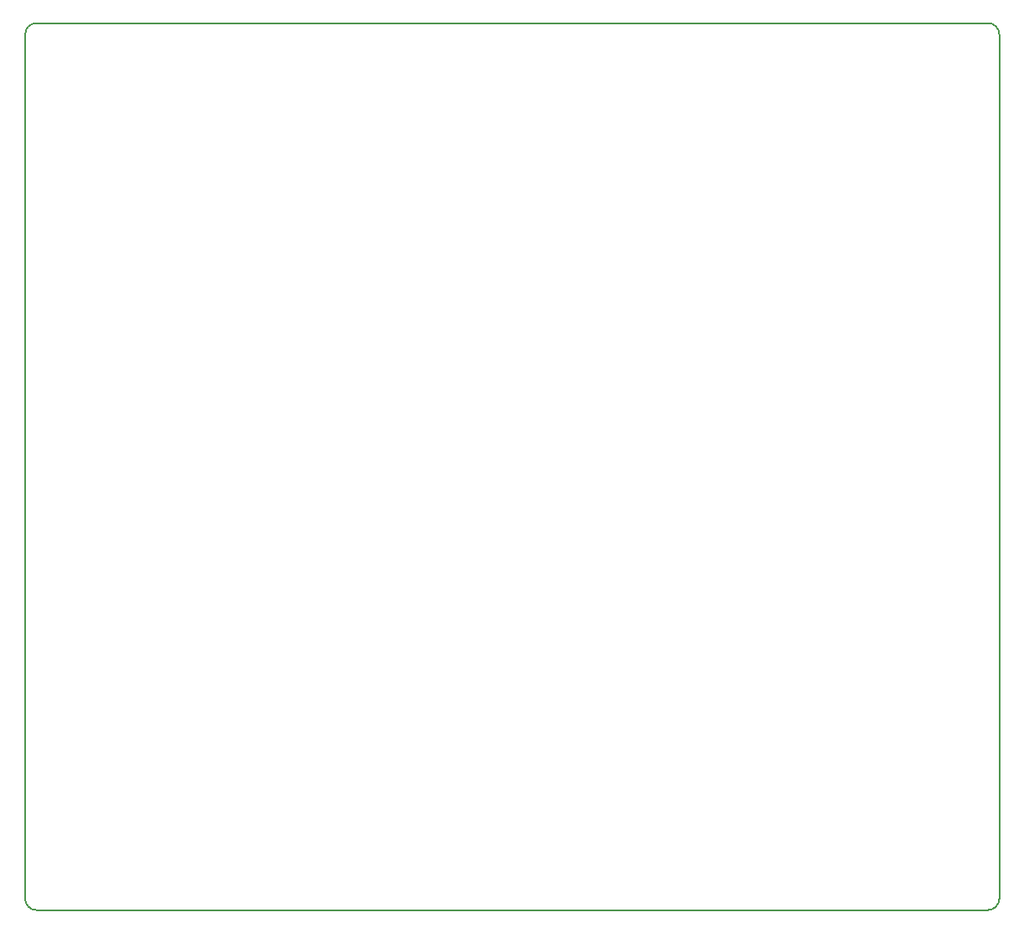
<source format=gbr>
G04 #@! TF.FileFunction,Profile,NP*
%FSLAX46Y46*%
G04 Gerber Fmt 4.6, Leading zero omitted, Abs format (unit mm)*
G04 Created by KiCad (PCBNEW 4.0.7) date 11/18/19 12:54:55*
%MOMM*%
%LPD*%
G01*
G04 APERTURE LIST*
%ADD10C,0.100000*%
%ADD11C,0.150000*%
G04 APERTURE END LIST*
D10*
D11*
X191262000Y-133477000D02*
X95123000Y-133477000D01*
X192405000Y-44958000D02*
X192405000Y-132334000D01*
X95123000Y-43815000D02*
X191262000Y-43815000D01*
X93980000Y-132334000D02*
X93980000Y-44958000D01*
X93980000Y-132334000D02*
G75*
G03X95123000Y-133477000I1143000J0D01*
G01*
X191262000Y-133477000D02*
G75*
G03X192405000Y-132334000I0J1143000D01*
G01*
X192405000Y-44958000D02*
G75*
G03X191262000Y-43815000I-1143000J0D01*
G01*
X95123000Y-43815000D02*
G75*
G03X93980000Y-44958000I0J-1143000D01*
G01*
M02*

</source>
